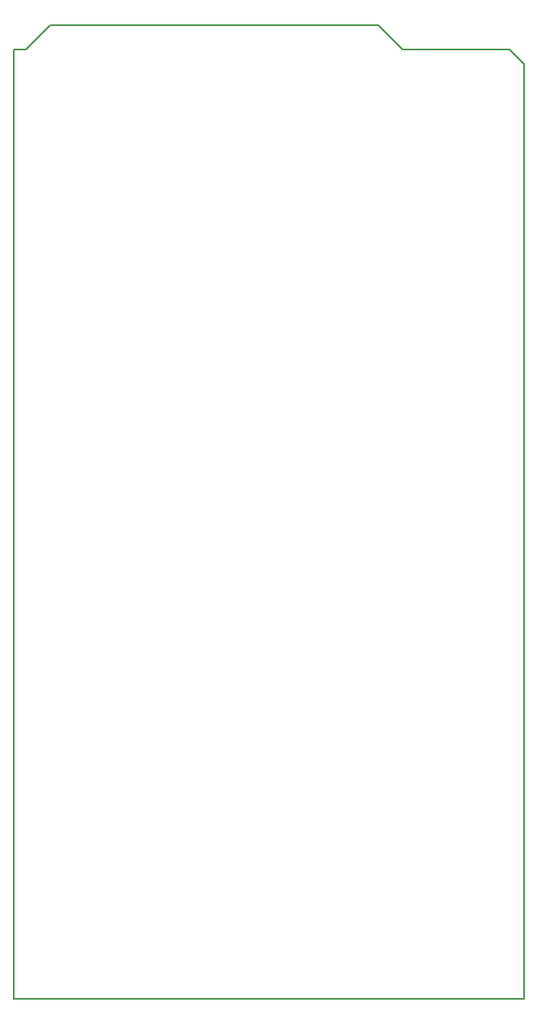
<source format=gbo>
%TF.GenerationSoftware,KiCad,Pcbnew,(6.0.8)*%
%TF.CreationDate,2022-12-20T11:47:50-06:00*%
%TF.ProjectId,Control Box,436f6e74-726f-46c2-9042-6f782e6b6963,rev?*%
%TF.SameCoordinates,Original*%
%TF.FileFunction,Legend,Bot*%
%TF.FilePolarity,Positive*%
%FSLAX46Y46*%
G04 Gerber Fmt 4.6, Leading zero omitted, Abs format (unit mm)*
G04 Created by KiCad (PCBNEW (6.0.8)) date 2022-12-20 11:47:50*
%MOMM*%
%LPD*%
G01*
G04 APERTURE LIST*
G04 Aperture macros list*
%AMRoundRect*
0 Rectangle with rounded corners*
0 $1 Rounding radius*
0 $2 $3 $4 $5 $6 $7 $8 $9 X,Y pos of 4 corners*
0 Add a 4 corners polygon primitive as box body*
4,1,4,$2,$3,$4,$5,$6,$7,$8,$9,$2,$3,0*
0 Add four circle primitives for the rounded corners*
1,1,$1+$1,$2,$3*
1,1,$1+$1,$4,$5*
1,1,$1+$1,$6,$7*
1,1,$1+$1,$8,$9*
0 Add four rect primitives between the rounded corners*
20,1,$1+$1,$2,$3,$4,$5,0*
20,1,$1+$1,$4,$5,$6,$7,0*
20,1,$1+$1,$6,$7,$8,$9,0*
20,1,$1+$1,$8,$9,$2,$3,0*%
G04 Aperture macros list end*
%ADD10C,0.150000*%
%ADD11C,1.600000*%
%ADD12O,1.600000X1.600000*%
%ADD13C,1.270000*%
%ADD14RoundRect,0.250001X-0.499999X-0.759999X0.499999X-0.759999X0.499999X0.759999X-0.499999X0.759999X0*%
%ADD15O,1.500000X2.020000*%
%ADD16R,1.500000X1.050000*%
%ADD17O,1.500000X1.050000*%
%ADD18R,1.800000X4.400000*%
%ADD19O,1.800000X4.000000*%
%ADD20O,4.000000X1.800000*%
%ADD21RoundRect,0.250001X-1.099999X-1.399999X1.099999X-1.399999X1.099999X1.399999X-1.099999X1.399999X0*%
%ADD22O,2.700000X3.300000*%
%ADD23RoundRect,0.250000X0.600000X-0.600000X0.600000X0.600000X-0.600000X0.600000X-0.600000X-0.600000X0*%
%ADD24C,1.700000*%
%ADD25C,1.727200*%
%ADD26C,3.200000*%
%ADD27O,1.727200X1.727200*%
G04 APERTURE END LIST*
D10*
%TO.C,XA1*%
X131405500Y-47117000D02*
X129881500Y-45593000D01*
X78065500Y-144653000D02*
X78065500Y-45593000D01*
X116165500Y-43053000D02*
X118705500Y-45593000D01*
X81875500Y-43053000D02*
X116165500Y-43053000D01*
X118705500Y-45593000D02*
X129881500Y-45593000D01*
X131405500Y-144653000D02*
X78065500Y-144653000D01*
X78065500Y-45593000D02*
X79335500Y-45593000D01*
X79335500Y-45593000D02*
X81875500Y-43053000D01*
X131405500Y-144653000D02*
X131405500Y-47117000D01*
%TD*%
%LPC*%
D11*
%TO.C,R15*%
X157988000Y-67725000D03*
D12*
X168148000Y-67725000D03*
%TD*%
D11*
%TO.C,R14*%
X173736000Y-67725000D03*
D12*
X183896000Y-67725000D03*
%TD*%
D11*
%TO.C,R13*%
X141224000Y-67725000D03*
D12*
X151384000Y-67725000D03*
%TD*%
D11*
%TO.C,R2*%
X157480000Y-112776000D03*
D12*
X167640000Y-112776000D03*
%TD*%
D13*
%TO.C,SW5*%
X167036000Y-104212000D03*
X158036000Y-104212000D03*
D14*
X161036000Y-106172000D03*
D15*
X164036000Y-106172000D03*
%TD*%
D13*
%TO.C,SW4*%
X150804000Y-73825000D03*
X141804000Y-73825000D03*
D14*
X144804000Y-75785000D03*
D15*
X147804000Y-75785000D03*
%TD*%
D11*
%TO.C,R11*%
X189992000Y-97028000D03*
D12*
X200152000Y-97028000D03*
%TD*%
D11*
%TO.C,R9*%
X190452000Y-67725000D03*
D12*
X200612000Y-67725000D03*
%TD*%
D16*
%TO.C,U1*%
X102108000Y-157226000D03*
D17*
X102108000Y-155956000D03*
X102108000Y-154686000D03*
%TD*%
D13*
%TO.C,SW8*%
X174316000Y-73825000D03*
X183316000Y-73825000D03*
D14*
X177316000Y-75785000D03*
D15*
X180316000Y-75785000D03*
%TD*%
D11*
%TO.C,R8*%
X157964000Y-82203000D03*
D12*
X168124000Y-82203000D03*
%TD*%
D18*
%TO.C,J2*%
X89027000Y-155575000D03*
D19*
X83227000Y-155575000D03*
D20*
X86027000Y-160375000D03*
%TD*%
D13*
%TO.C,SW1*%
X141804000Y-59155000D03*
X150804000Y-59155000D03*
D14*
X144804000Y-61115000D03*
D15*
X147804000Y-61115000D03*
%TD*%
D13*
%TO.C,SW7*%
X150804000Y-104305000D03*
X141804000Y-104305000D03*
D14*
X144804000Y-106265000D03*
D15*
X147804000Y-106265000D03*
%TD*%
D11*
%TO.C,R4*%
X141224000Y-112776000D03*
D12*
X151384000Y-112776000D03*
%TD*%
D13*
%TO.C,SW12*%
X200056000Y-59161000D03*
X191056000Y-59161000D03*
D14*
X194056000Y-61121000D03*
D15*
X197056000Y-61121000D03*
%TD*%
D13*
%TO.C,SW11*%
X150804000Y-119545000D03*
X141804000Y-119545000D03*
D14*
X144804000Y-121505000D03*
D15*
X147804000Y-121505000D03*
%TD*%
D13*
%TO.C,SW15*%
X190572000Y-104212000D03*
X199572000Y-104212000D03*
D14*
X193572000Y-106172000D03*
D15*
X196572000Y-106172000D03*
%TD*%
D13*
%TO.C,SW6*%
X150804000Y-89065000D03*
X141804000Y-89065000D03*
D14*
X144804000Y-91025000D03*
D15*
X147804000Y-91025000D03*
%TD*%
D13*
%TO.C,SW9*%
X158060000Y-89065000D03*
X167060000Y-89065000D03*
D14*
X161060000Y-91025000D03*
D15*
X164060000Y-91025000D03*
%TD*%
D11*
%TO.C,R12*%
X189980000Y-112683000D03*
D12*
X200140000Y-112683000D03*
%TD*%
D21*
%TO.C,J1*%
X208788000Y-33782000D03*
D22*
X212988000Y-33782000D03*
X208788000Y-39282000D03*
X212988000Y-39282000D03*
%TD*%
D11*
%TO.C,R1*%
X141224000Y-82296000D03*
D12*
X151384000Y-82296000D03*
%TD*%
D13*
%TO.C,SW2*%
X174300000Y-59155000D03*
X183300000Y-59155000D03*
D14*
X177300000Y-61115000D03*
D15*
X180300000Y-61115000D03*
%TD*%
D23*
%TO.C,J3*%
X80010000Y-26660500D03*
D24*
X80010000Y-24120500D03*
X82550000Y-26660500D03*
X82550000Y-24120500D03*
X85090000Y-26660500D03*
X85090000Y-24120500D03*
X87630000Y-26660500D03*
X87630000Y-24120500D03*
X90170000Y-26660500D03*
X90170000Y-24120500D03*
X92710000Y-26660500D03*
X92710000Y-24120500D03*
X95250000Y-26660500D03*
X95250000Y-24120500D03*
X97790000Y-26660500D03*
X97790000Y-24120500D03*
X100330000Y-26660500D03*
X100330000Y-24120500D03*
X102870000Y-26660500D03*
X102870000Y-24120500D03*
X105410000Y-26660500D03*
X105410000Y-24120500D03*
X107950000Y-26660500D03*
X107950000Y-24120500D03*
X110490000Y-26660500D03*
X110490000Y-24120500D03*
X113030000Y-26660500D03*
X113030000Y-24120500D03*
X115570000Y-26660500D03*
X115570000Y-24120500D03*
X118110000Y-26660500D03*
X118110000Y-24120500D03*
X120650000Y-26660500D03*
X120650000Y-24120500D03*
X123190000Y-26660500D03*
X123190000Y-24120500D03*
X125730000Y-26660500D03*
X125730000Y-24120500D03*
X128270000Y-26660500D03*
X128270000Y-24120500D03*
%TD*%
D11*
%TO.C,R6*%
X157480000Y-97536000D03*
D12*
X167640000Y-97536000D03*
%TD*%
D13*
%TO.C,SW14*%
X199548000Y-89065000D03*
X190548000Y-89065000D03*
D14*
X193548000Y-91025000D03*
D15*
X196548000Y-91025000D03*
%TD*%
D11*
%TO.C,R7*%
X141248000Y-128109000D03*
D12*
X151408000Y-128109000D03*
%TD*%
D25*
%TO.C,CM1*%
X156915000Y-44168957D03*
X156883044Y-41619000D03*
X156867776Y-39111945D03*
X156867776Y-36571945D03*
X156898312Y-33966055D03*
X156883044Y-31459000D03*
X156883044Y-28919000D03*
X184823044Y-37809000D03*
X184823044Y-35269000D03*
%TD*%
D11*
%TO.C,R5*%
X173736000Y-82296000D03*
D12*
X183896000Y-82296000D03*
%TD*%
D11*
%TO.C,R10*%
X189992000Y-82203000D03*
D12*
X200152000Y-82203000D03*
%TD*%
D13*
%TO.C,SW3*%
X167060000Y-59155000D03*
X158060000Y-59155000D03*
D14*
X161060000Y-61115000D03*
D15*
X164060000Y-61115000D03*
%TD*%
D13*
%TO.C,SW13*%
X190572000Y-73732000D03*
X199572000Y-73732000D03*
D14*
X193572000Y-75692000D03*
D15*
X196572000Y-75692000D03*
%TD*%
D11*
%TO.C,R3*%
X141224000Y-97536000D03*
D12*
X151384000Y-97536000D03*
%TD*%
D13*
%TO.C,SW10*%
X167544000Y-73732000D03*
X158544000Y-73732000D03*
D14*
X161544000Y-75692000D03*
D15*
X164544000Y-75692000D03*
%TD*%
D26*
%TO.C,XA1*%
X128865500Y-129413000D03*
X85685500Y-78613000D03*
D27*
X80605500Y-116713000D03*
D26*
X113625500Y-78613000D03*
X128865500Y-54483000D03*
X80605500Y-130683000D03*
X80605500Y-48133000D03*
D27*
X80605500Y-109093000D03*
X80605500Y-106553000D03*
X108545500Y-78486000D03*
X128865500Y-50673000D03*
X128865500Y-48133000D03*
X80605500Y-93853000D03*
X80605500Y-91313000D03*
X80605500Y-88773000D03*
X80605500Y-86233000D03*
X80605500Y-83693000D03*
X80605500Y-81153000D03*
X80605500Y-78613000D03*
X80605500Y-76073000D03*
X80605500Y-70993000D03*
X80605500Y-68453000D03*
X80605500Y-65913000D03*
X80605500Y-63373000D03*
X80605500Y-60833000D03*
X80605500Y-58293000D03*
X80605500Y-55753000D03*
X80605500Y-53213000D03*
X128865500Y-120777000D03*
X128865500Y-81153000D03*
X128865500Y-83693000D03*
X128865500Y-86233000D03*
X128865500Y-88773000D03*
X128865500Y-91313000D03*
X128865500Y-93853000D03*
X128865500Y-96393000D03*
X128865500Y-98933000D03*
X128865500Y-102997000D03*
X128865500Y-105537000D03*
X128865500Y-108077000D03*
X128865500Y-110617000D03*
X128865500Y-113157000D03*
X128865500Y-115697000D03*
X128865500Y-76073000D03*
X128865500Y-73533000D03*
X128865500Y-70993000D03*
X128865500Y-68453000D03*
X128865500Y-65913000D03*
X128865500Y-63373000D03*
X128865500Y-60833000D03*
X128865500Y-58293000D03*
X126325500Y-50673000D03*
X126325500Y-48133000D03*
X123785500Y-50673000D03*
X123785500Y-48133000D03*
X121245500Y-50673000D03*
X121245500Y-48133000D03*
X118705500Y-50673000D03*
X118705500Y-48133000D03*
X116165500Y-50673000D03*
X116165500Y-48133000D03*
X113625500Y-50673000D03*
X113625500Y-48133000D03*
X111085500Y-50673000D03*
X111085500Y-48133000D03*
X108545500Y-50673000D03*
X108545500Y-48133000D03*
X106005500Y-50673000D03*
X106005500Y-48133000D03*
X103465500Y-50673000D03*
X103465500Y-48133000D03*
X100925500Y-50673000D03*
X100925500Y-48133000D03*
X98385500Y-50673000D03*
X98385500Y-48133000D03*
X95845500Y-50673000D03*
X95845500Y-48133000D03*
X93305500Y-50673000D03*
X93305500Y-48133000D03*
X90765500Y-50673000D03*
X90765500Y-48133000D03*
X88225500Y-50673000D03*
X88225500Y-48133000D03*
X128865500Y-118237000D03*
X80605500Y-104013000D03*
X80605500Y-101473000D03*
X103465500Y-78486000D03*
X85685500Y-50673000D03*
X85685500Y-48133000D03*
X80605500Y-114173000D03*
X108545500Y-81026000D03*
X106005500Y-78486000D03*
X80605500Y-111633000D03*
X103465500Y-81026000D03*
X106005500Y-81026000D03*
X128865500Y-125857000D03*
X128865500Y-123317000D03*
X80605500Y-98933000D03*
%TD*%
M02*

</source>
